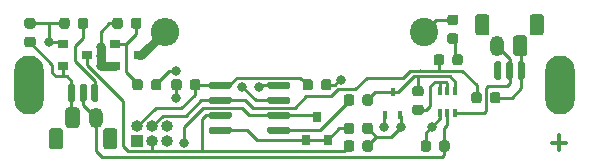
<source format=gbr>
%TF.GenerationSoftware,KiCad,Pcbnew,(5.1.10-1-10_14)*%
%TF.CreationDate,2023-04-11T22:44:58+12:00*%
%TF.ProjectId,BMSladder,424d536c-6164-4646-9572-2e6b69636164,rev?*%
%TF.SameCoordinates,Original*%
%TF.FileFunction,Copper,L1,Top*%
%TF.FilePolarity,Positive*%
%FSLAX46Y46*%
G04 Gerber Fmt 4.6, Leading zero omitted, Abs format (unit mm)*
G04 Created by KiCad (PCBNEW (5.1.10-1-10_14)) date 2023-04-11 22:44:58*
%MOMM*%
%LPD*%
G01*
G04 APERTURE LIST*
%TA.AperFunction,ComponentPad*%
%ADD10O,1.200000X1.750000*%
%TD*%
%TA.AperFunction,ComponentPad*%
%ADD11O,1.000000X1.000000*%
%TD*%
%TA.AperFunction,ComponentPad*%
%ADD12R,1.000000X1.000000*%
%TD*%
%TA.AperFunction,ComponentPad*%
%ADD13O,2.400000X2.400000*%
%TD*%
%TA.AperFunction,ComponentPad*%
%ADD14C,2.400000*%
%TD*%
%TA.AperFunction,ComponentPad*%
%ADD15O,2.500000X5.000000*%
%TD*%
%TA.AperFunction,SMDPad,CuDef*%
%ADD16R,0.800000X0.900000*%
%TD*%
%TA.AperFunction,SMDPad,CuDef*%
%ADD17R,0.900000X0.800000*%
%TD*%
%TA.AperFunction,SMDPad,CuDef*%
%ADD18R,0.400000X0.650000*%
%TD*%
%TA.AperFunction,SMDPad,CuDef*%
%ADD19R,0.450000X0.700000*%
%TD*%
%TA.AperFunction,ViaPad*%
%ADD20C,0.800000*%
%TD*%
%TA.AperFunction,Conductor*%
%ADD21C,0.300000*%
%TD*%
%TA.AperFunction,Conductor*%
%ADD22C,0.250000*%
%TD*%
%TA.AperFunction,Conductor*%
%ADD23C,0.800000*%
%TD*%
G04 APERTURE END LIST*
D10*
%TO.P,J4,2*%
%TO.N,Net-(J2-Pad2)*%
X27700000Y-28800000D03*
%TO.P,J4,1*%
%TO.N,Net-(J2-Pad1)*%
%TA.AperFunction,ComponentPad*%
G36*
G01*
X25100000Y-29425001D02*
X25100000Y-28174999D01*
G75*
G02*
X25349999Y-27925000I249999J0D01*
G01*
X26050001Y-27925000D01*
G75*
G02*
X26300000Y-28174999I0J-249999D01*
G01*
X26300000Y-29425001D01*
G75*
G02*
X26050001Y-29675000I-249999J0D01*
G01*
X25349999Y-29675000D01*
G75*
G02*
X25100000Y-29425001I0J249999D01*
G01*
G37*
%TD.AperFunction*%
%TD*%
%TO.P,J3,2*%
%TO.N,Net-(J1-Pad2)*%
X61600000Y-22700000D03*
%TO.P,J3,1*%
%TO.N,Net-(J1-Pad1)*%
%TA.AperFunction,ComponentPad*%
G36*
G01*
X64200000Y-22074999D02*
X64200000Y-23325001D01*
G75*
G02*
X63950001Y-23575000I-249999J0D01*
G01*
X63249999Y-23575000D01*
G75*
G02*
X63000000Y-23325001I0J249999D01*
G01*
X63000000Y-22074999D01*
G75*
G02*
X63249999Y-21825000I249999J0D01*
G01*
X63950001Y-21825000D01*
G75*
G02*
X64200000Y-22074999I0J-249999D01*
G01*
G37*
%TD.AperFunction*%
%TD*%
%TO.P,J2,MP*%
%TO.N,N/C*%
%TA.AperFunction,SMDPad,CuDef*%
G36*
G01*
X28300000Y-31225001D02*
X28300000Y-29924999D01*
G75*
G02*
X28549999Y-29675000I249999J0D01*
G01*
X29250001Y-29675000D01*
G75*
G02*
X29500000Y-29924999I0J-249999D01*
G01*
X29500000Y-31225001D01*
G75*
G02*
X29250001Y-31475000I-249999J0D01*
G01*
X28549999Y-31475000D01*
G75*
G02*
X28300000Y-31225001I0J249999D01*
G01*
G37*
%TD.AperFunction*%
%TA.AperFunction,SMDPad,CuDef*%
G36*
G01*
X23700000Y-31225001D02*
X23700000Y-29924999D01*
G75*
G02*
X23949999Y-29675000I249999J0D01*
G01*
X24650001Y-29675000D01*
G75*
G02*
X24900000Y-29924999I0J-249999D01*
G01*
X24900000Y-31225001D01*
G75*
G02*
X24650001Y-31475000I-249999J0D01*
G01*
X23949999Y-31475000D01*
G75*
G02*
X23700000Y-31225001I0J249999D01*
G01*
G37*
%TD.AperFunction*%
%TO.P,J2,3*%
%TO.N,Net-(J2-Pad3)*%
%TA.AperFunction,SMDPad,CuDef*%
G36*
G01*
X27300000Y-27325000D02*
X27300000Y-26075000D01*
G75*
G02*
X27450000Y-25925000I150000J0D01*
G01*
X27750000Y-25925000D01*
G75*
G02*
X27900000Y-26075000I0J-150000D01*
G01*
X27900000Y-27325000D01*
G75*
G02*
X27750000Y-27475000I-150000J0D01*
G01*
X27450000Y-27475000D01*
G75*
G02*
X27300000Y-27325000I0J150000D01*
G01*
G37*
%TD.AperFunction*%
%TO.P,J2,2*%
%TO.N,Net-(J2-Pad2)*%
%TA.AperFunction,SMDPad,CuDef*%
G36*
G01*
X26300000Y-27325000D02*
X26300000Y-26075000D01*
G75*
G02*
X26450000Y-25925000I150000J0D01*
G01*
X26750000Y-25925000D01*
G75*
G02*
X26900000Y-26075000I0J-150000D01*
G01*
X26900000Y-27325000D01*
G75*
G02*
X26750000Y-27475000I-150000J0D01*
G01*
X26450000Y-27475000D01*
G75*
G02*
X26300000Y-27325000I0J150000D01*
G01*
G37*
%TD.AperFunction*%
%TO.P,J2,1*%
%TO.N,Net-(J2-Pad1)*%
%TA.AperFunction,SMDPad,CuDef*%
G36*
G01*
X25300000Y-27325000D02*
X25300000Y-26075000D01*
G75*
G02*
X25450000Y-25925000I150000J0D01*
G01*
X25750000Y-25925000D01*
G75*
G02*
X25900000Y-26075000I0J-150000D01*
G01*
X25900000Y-27325000D01*
G75*
G02*
X25750000Y-27475000I-150000J0D01*
G01*
X25450000Y-27475000D01*
G75*
G02*
X25300000Y-27325000I0J150000D01*
G01*
G37*
%TD.AperFunction*%
%TD*%
%TO.P,J1,MP*%
%TO.N,N/C*%
%TA.AperFunction,SMDPad,CuDef*%
G36*
G01*
X61000000Y-20274999D02*
X61000000Y-21575001D01*
G75*
G02*
X60750001Y-21825000I-249999J0D01*
G01*
X60049999Y-21825000D01*
G75*
G02*
X59800000Y-21575001I0J249999D01*
G01*
X59800000Y-20274999D01*
G75*
G02*
X60049999Y-20025000I249999J0D01*
G01*
X60750001Y-20025000D01*
G75*
G02*
X61000000Y-20274999I0J-249999D01*
G01*
G37*
%TD.AperFunction*%
%TA.AperFunction,SMDPad,CuDef*%
G36*
G01*
X65600000Y-20274999D02*
X65600000Y-21575001D01*
G75*
G02*
X65350001Y-21825000I-249999J0D01*
G01*
X64649999Y-21825000D01*
G75*
G02*
X64400000Y-21575001I0J249999D01*
G01*
X64400000Y-20274999D01*
G75*
G02*
X64649999Y-20025000I249999J0D01*
G01*
X65350001Y-20025000D01*
G75*
G02*
X65600000Y-20274999I0J-249999D01*
G01*
G37*
%TD.AperFunction*%
%TO.P,J1,3*%
%TA.AperFunction,SMDPad,CuDef*%
G36*
G01*
X62000000Y-24175000D02*
X62000000Y-25425000D01*
G75*
G02*
X61850000Y-25575000I-150000J0D01*
G01*
X61550000Y-25575000D01*
G75*
G02*
X61400000Y-25425000I0J150000D01*
G01*
X61400000Y-24175000D01*
G75*
G02*
X61550000Y-24025000I150000J0D01*
G01*
X61850000Y-24025000D01*
G75*
G02*
X62000000Y-24175000I0J-150000D01*
G01*
G37*
%TD.AperFunction*%
%TO.P,J1,2*%
%TO.N,Net-(J1-Pad2)*%
%TA.AperFunction,SMDPad,CuDef*%
G36*
G01*
X63000000Y-24175000D02*
X63000000Y-25425000D01*
G75*
G02*
X62850000Y-25575000I-150000J0D01*
G01*
X62550000Y-25575000D01*
G75*
G02*
X62400000Y-25425000I0J150000D01*
G01*
X62400000Y-24175000D01*
G75*
G02*
X62550000Y-24025000I150000J0D01*
G01*
X62850000Y-24025000D01*
G75*
G02*
X63000000Y-24175000I0J-150000D01*
G01*
G37*
%TD.AperFunction*%
%TO.P,J1,1*%
%TO.N,Net-(J1-Pad1)*%
%TA.AperFunction,SMDPad,CuDef*%
G36*
G01*
X64000000Y-24175000D02*
X64000000Y-25425000D01*
G75*
G02*
X63850000Y-25575000I-150000J0D01*
G01*
X63550000Y-25575000D01*
G75*
G02*
X63400000Y-25425000I0J150000D01*
G01*
X63400000Y-24175000D01*
G75*
G02*
X63550000Y-24025000I150000J0D01*
G01*
X63850000Y-24025000D01*
G75*
G02*
X64000000Y-24175000I0J-150000D01*
G01*
G37*
%TD.AperFunction*%
%TD*%
%TO.P,D1,2*%
%TO.N,Net-(D1-Pad2)*%
%TA.AperFunction,SMDPad,CuDef*%
G36*
G01*
X58156250Y-20950000D02*
X57643750Y-20950000D01*
G75*
G02*
X57425000Y-20731250I0J218750D01*
G01*
X57425000Y-20293750D01*
G75*
G02*
X57643750Y-20075000I218750J0D01*
G01*
X58156250Y-20075000D01*
G75*
G02*
X58375000Y-20293750I0J-218750D01*
G01*
X58375000Y-20731250D01*
G75*
G02*
X58156250Y-20950000I-218750J0D01*
G01*
G37*
%TD.AperFunction*%
%TO.P,D1,1*%
%TO.N,Net-(D1-Pad1)*%
%TA.AperFunction,SMDPad,CuDef*%
G36*
G01*
X58156250Y-22525000D02*
X57643750Y-22525000D01*
G75*
G02*
X57425000Y-22306250I0J218750D01*
G01*
X57425000Y-21868750D01*
G75*
G02*
X57643750Y-21650000I218750J0D01*
G01*
X58156250Y-21650000D01*
G75*
G02*
X58375000Y-21868750I0J-218750D01*
G01*
X58375000Y-22306250D01*
G75*
G02*
X58156250Y-22525000I-218750J0D01*
G01*
G37*
%TD.AperFunction*%
%TD*%
%TO.P,R3,2*%
%TO.N,/RX*%
%TA.AperFunction,SMDPad,CuDef*%
G36*
G01*
X49550000Y-30943750D02*
X49550000Y-31456250D01*
G75*
G02*
X49331250Y-31675000I-218750J0D01*
G01*
X48893750Y-31675000D01*
G75*
G02*
X48675000Y-31456250I0J218750D01*
G01*
X48675000Y-30943750D01*
G75*
G02*
X48893750Y-30725000I218750J0D01*
G01*
X49331250Y-30725000D01*
G75*
G02*
X49550000Y-30943750I0J-218750D01*
G01*
G37*
%TD.AperFunction*%
%TO.P,R3,1*%
%TO.N,Net-(D1-Pad2)*%
%TA.AperFunction,SMDPad,CuDef*%
G36*
G01*
X51125000Y-30943750D02*
X51125000Y-31456250D01*
G75*
G02*
X50906250Y-31675000I-218750J0D01*
G01*
X50468750Y-31675000D01*
G75*
G02*
X50250000Y-31456250I0J218750D01*
G01*
X50250000Y-30943750D01*
G75*
G02*
X50468750Y-30725000I218750J0D01*
G01*
X50906250Y-30725000D01*
G75*
G02*
X51125000Y-30943750I0J-218750D01*
G01*
G37*
%TD.AperFunction*%
%TD*%
%TO.P,U2,8*%
%TO.N,GND*%
%TA.AperFunction,SMDPad,CuDef*%
G36*
G01*
X42200000Y-26195000D02*
X42200000Y-25895000D01*
G75*
G02*
X42350000Y-25745000I150000J0D01*
G01*
X44000000Y-25745000D01*
G75*
G02*
X44150000Y-25895000I0J-150000D01*
G01*
X44150000Y-26195000D01*
G75*
G02*
X44000000Y-26345000I-150000J0D01*
G01*
X42350000Y-26345000D01*
G75*
G02*
X42200000Y-26195000I0J150000D01*
G01*
G37*
%TD.AperFunction*%
%TO.P,U2,7*%
%TO.N,/BAL*%
%TA.AperFunction,SMDPad,CuDef*%
G36*
G01*
X42200000Y-27465000D02*
X42200000Y-27165000D01*
G75*
G02*
X42350000Y-27015000I150000J0D01*
G01*
X44000000Y-27015000D01*
G75*
G02*
X44150000Y-27165000I0J-150000D01*
G01*
X44150000Y-27465000D01*
G75*
G02*
X44000000Y-27615000I-150000J0D01*
G01*
X42350000Y-27615000D01*
G75*
G02*
X42200000Y-27465000I0J150000D01*
G01*
G37*
%TD.AperFunction*%
%TO.P,U2,6*%
%TO.N,/FAULT_UPDI*%
%TA.AperFunction,SMDPad,CuDef*%
G36*
G01*
X42200000Y-28735000D02*
X42200000Y-28435000D01*
G75*
G02*
X42350000Y-28285000I150000J0D01*
G01*
X44000000Y-28285000D01*
G75*
G02*
X44150000Y-28435000I0J-150000D01*
G01*
X44150000Y-28735000D01*
G75*
G02*
X44000000Y-28885000I-150000J0D01*
G01*
X42350000Y-28885000D01*
G75*
G02*
X42200000Y-28735000I0J150000D01*
G01*
G37*
%TD.AperFunction*%
%TO.P,U2,5*%
%TO.N,/~EN*%
%TA.AperFunction,SMDPad,CuDef*%
G36*
G01*
X42200000Y-30005000D02*
X42200000Y-29705000D01*
G75*
G02*
X42350000Y-29555000I150000J0D01*
G01*
X44000000Y-29555000D01*
G75*
G02*
X44150000Y-29705000I0J-150000D01*
G01*
X44150000Y-30005000D01*
G75*
G02*
X44000000Y-30155000I-150000J0D01*
G01*
X42350000Y-30155000D01*
G75*
G02*
X42200000Y-30005000I0J150000D01*
G01*
G37*
%TD.AperFunction*%
%TO.P,U2,4*%
%TO.N,/2V5*%
%TA.AperFunction,SMDPad,CuDef*%
G36*
G01*
X37250000Y-30005000D02*
X37250000Y-29705000D01*
G75*
G02*
X37400000Y-29555000I150000J0D01*
G01*
X39050000Y-29555000D01*
G75*
G02*
X39200000Y-29705000I0J-150000D01*
G01*
X39200000Y-30005000D01*
G75*
G02*
X39050000Y-30155000I-150000J0D01*
G01*
X37400000Y-30155000D01*
G75*
G02*
X37250000Y-30005000I0J150000D01*
G01*
G37*
%TD.AperFunction*%
%TO.P,U2,3*%
%TO.N,/RX*%
%TA.AperFunction,SMDPad,CuDef*%
G36*
G01*
X37250000Y-28735000D02*
X37250000Y-28435000D01*
G75*
G02*
X37400000Y-28285000I150000J0D01*
G01*
X39050000Y-28285000D01*
G75*
G02*
X39200000Y-28435000I0J-150000D01*
G01*
X39200000Y-28735000D01*
G75*
G02*
X39050000Y-28885000I-150000J0D01*
G01*
X37400000Y-28885000D01*
G75*
G02*
X37250000Y-28735000I0J150000D01*
G01*
G37*
%TD.AperFunction*%
%TO.P,U2,2*%
%TO.N,/TX*%
%TA.AperFunction,SMDPad,CuDef*%
G36*
G01*
X37250000Y-27465000D02*
X37250000Y-27165000D01*
G75*
G02*
X37400000Y-27015000I150000J0D01*
G01*
X39050000Y-27015000D01*
G75*
G02*
X39200000Y-27165000I0J-150000D01*
G01*
X39200000Y-27465000D01*
G75*
G02*
X39050000Y-27615000I-150000J0D01*
G01*
X37400000Y-27615000D01*
G75*
G02*
X37250000Y-27465000I0J150000D01*
G01*
G37*
%TD.AperFunction*%
%TO.P,U2,1*%
%TO.N,/VCC*%
%TA.AperFunction,SMDPad,CuDef*%
G36*
G01*
X37250000Y-26195000D02*
X37250000Y-25895000D01*
G75*
G02*
X37400000Y-25745000I150000J0D01*
G01*
X39050000Y-25745000D01*
G75*
G02*
X39200000Y-25895000I0J-150000D01*
G01*
X39200000Y-26195000D01*
G75*
G02*
X39050000Y-26345000I-150000J0D01*
G01*
X37400000Y-26345000D01*
G75*
G02*
X37250000Y-26195000I0J150000D01*
G01*
G37*
%TD.AperFunction*%
%TD*%
D11*
%TO.P,J5,6*%
%TO.N,GND*%
X33740000Y-29530000D03*
%TO.P,J5,5*%
%TO.N,N/C*%
X33740000Y-30800000D03*
%TO.P,J5,4*%
%TO.N,/TX*%
X32470000Y-29530000D03*
%TO.P,J5,3*%
%TO.N,/RX*%
X32470000Y-30800000D03*
%TO.P,J5,2*%
%TO.N,/VCC*%
X31200000Y-29530000D03*
D12*
%TO.P,J5,1*%
%TO.N,/FAULT_UPDI*%
X31200000Y-30800000D03*
%TD*%
D13*
%TO.P,R7,2*%
%TO.N,Net-(Q2-Pad3)*%
X33500000Y-21500000D03*
D14*
%TO.P,R7,1*%
%TO.N,Net-(D1-Pad2)*%
X55500000Y-21500000D03*
%TD*%
D15*
%TO.P,H2,1*%
%TO.N,GND*%
X22000000Y-26000000D03*
%TD*%
%TO.P,H1,1*%
%TO.N,Net-(D1-Pad2)*%
X67000000Y-26000000D03*
%TD*%
D16*
%TO.P,U1,3*%
%TO.N,/FAULT_UPDI*%
X46400000Y-28700000D03*
%TO.P,U1,2*%
%TO.N,/2V5*%
X47350000Y-30700000D03*
%TO.P,U1,1*%
X45450000Y-30700000D03*
%TD*%
%TO.P,R13,2*%
%TO.N,Net-(J2-Pad3)*%
%TA.AperFunction,SMDPad,CuDef*%
G36*
G01*
X26150000Y-21056250D02*
X26150000Y-20543750D01*
G75*
G02*
X26368750Y-20325000I218750J0D01*
G01*
X26806250Y-20325000D01*
G75*
G02*
X27025000Y-20543750I0J-218750D01*
G01*
X27025000Y-21056250D01*
G75*
G02*
X26806250Y-21275000I-218750J0D01*
G01*
X26368750Y-21275000D01*
G75*
G02*
X26150000Y-21056250I0J218750D01*
G01*
G37*
%TD.AperFunction*%
%TO.P,R13,1*%
%TO.N,GND*%
%TA.AperFunction,SMDPad,CuDef*%
G36*
G01*
X24575000Y-21056250D02*
X24575000Y-20543750D01*
G75*
G02*
X24793750Y-20325000I218750J0D01*
G01*
X25231250Y-20325000D01*
G75*
G02*
X25450000Y-20543750I0J-218750D01*
G01*
X25450000Y-21056250D01*
G75*
G02*
X25231250Y-21275000I-218750J0D01*
G01*
X24793750Y-21275000D01*
G75*
G02*
X24575000Y-21056250I0J218750D01*
G01*
G37*
%TD.AperFunction*%
%TD*%
%TO.P,R12,2*%
%TO.N,GND*%
%TA.AperFunction,SMDPad,CuDef*%
G36*
G01*
X22356250Y-21250000D02*
X21843750Y-21250000D01*
G75*
G02*
X21625000Y-21031250I0J218750D01*
G01*
X21625000Y-20593750D01*
G75*
G02*
X21843750Y-20375000I218750J0D01*
G01*
X22356250Y-20375000D01*
G75*
G02*
X22575000Y-20593750I0J-218750D01*
G01*
X22575000Y-21031250D01*
G75*
G02*
X22356250Y-21250000I-218750J0D01*
G01*
G37*
%TD.AperFunction*%
%TO.P,R12,1*%
%TO.N,Net-(J2-Pad1)*%
%TA.AperFunction,SMDPad,CuDef*%
G36*
G01*
X22356250Y-22825000D02*
X21843750Y-22825000D01*
G75*
G02*
X21625000Y-22606250I0J218750D01*
G01*
X21625000Y-22168750D01*
G75*
G02*
X21843750Y-21950000I218750J0D01*
G01*
X22356250Y-21950000D01*
G75*
G02*
X22575000Y-22168750I0J-218750D01*
G01*
X22575000Y-22606250D01*
G75*
G02*
X22356250Y-22825000I-218750J0D01*
G01*
G37*
%TD.AperFunction*%
%TD*%
%TO.P,R11,2*%
%TO.N,GND*%
%TA.AperFunction,SMDPad,CuDef*%
G36*
G01*
X29950000Y-20543750D02*
X29950000Y-21056250D01*
G75*
G02*
X29731250Y-21275000I-218750J0D01*
G01*
X29293750Y-21275000D01*
G75*
G02*
X29075000Y-21056250I0J218750D01*
G01*
X29075000Y-20543750D01*
G75*
G02*
X29293750Y-20325000I218750J0D01*
G01*
X29731250Y-20325000D01*
G75*
G02*
X29950000Y-20543750I0J-218750D01*
G01*
G37*
%TD.AperFunction*%
%TO.P,R11,1*%
%TO.N,Net-(Q2-Pad1)*%
%TA.AperFunction,SMDPad,CuDef*%
G36*
G01*
X31525000Y-20543750D02*
X31525000Y-21056250D01*
G75*
G02*
X31306250Y-21275000I-218750J0D01*
G01*
X30868750Y-21275000D01*
G75*
G02*
X30650000Y-21056250I0J218750D01*
G01*
X30650000Y-20543750D01*
G75*
G02*
X30868750Y-20325000I218750J0D01*
G01*
X31306250Y-20325000D01*
G75*
G02*
X31525000Y-20543750I0J-218750D01*
G01*
G37*
%TD.AperFunction*%
%TD*%
%TO.P,R10,2*%
%TO.N,Net-(Q2-Pad1)*%
%TA.AperFunction,SMDPad,CuDef*%
G36*
G01*
X31650000Y-25743750D02*
X31650000Y-26256250D01*
G75*
G02*
X31431250Y-26475000I-218750J0D01*
G01*
X30993750Y-26475000D01*
G75*
G02*
X30775000Y-26256250I0J218750D01*
G01*
X30775000Y-25743750D01*
G75*
G02*
X30993750Y-25525000I218750J0D01*
G01*
X31431250Y-25525000D01*
G75*
G02*
X31650000Y-25743750I0J-218750D01*
G01*
G37*
%TD.AperFunction*%
%TO.P,R10,1*%
%TO.N,/BAL*%
%TA.AperFunction,SMDPad,CuDef*%
G36*
G01*
X33225000Y-25743750D02*
X33225000Y-26256250D01*
G75*
G02*
X33006250Y-26475000I-218750J0D01*
G01*
X32568750Y-26475000D01*
G75*
G02*
X32350000Y-26256250I0J218750D01*
G01*
X32350000Y-25743750D01*
G75*
G02*
X32568750Y-25525000I218750J0D01*
G01*
X33006250Y-25525000D01*
G75*
G02*
X33225000Y-25743750I0J-218750D01*
G01*
G37*
%TD.AperFunction*%
%TD*%
%TO.P,R9,2*%
%TO.N,/~EN*%
%TA.AperFunction,SMDPad,CuDef*%
G36*
G01*
X49550000Y-27043750D02*
X49550000Y-27556250D01*
G75*
G02*
X49331250Y-27775000I-218750J0D01*
G01*
X48893750Y-27775000D01*
G75*
G02*
X48675000Y-27556250I0J218750D01*
G01*
X48675000Y-27043750D01*
G75*
G02*
X48893750Y-26825000I218750J0D01*
G01*
X49331250Y-26825000D01*
G75*
G02*
X49550000Y-27043750I0J-218750D01*
G01*
G37*
%TD.AperFunction*%
%TO.P,R9,1*%
%TO.N,Net-(D2-Pad3)*%
%TA.AperFunction,SMDPad,CuDef*%
G36*
G01*
X51125000Y-27043750D02*
X51125000Y-27556250D01*
G75*
G02*
X50906250Y-27775000I-218750J0D01*
G01*
X50468750Y-27775000D01*
G75*
G02*
X50250000Y-27556250I0J218750D01*
G01*
X50250000Y-27043750D01*
G75*
G02*
X50468750Y-26825000I218750J0D01*
G01*
X50906250Y-26825000D01*
G75*
G02*
X51125000Y-27043750I0J-218750D01*
G01*
G37*
%TD.AperFunction*%
%TD*%
%TO.P,R8,2*%
%TO.N,Net-(Q1-Pad2)*%
%TA.AperFunction,SMDPad,CuDef*%
G36*
G01*
X54693750Y-27700000D02*
X55206250Y-27700000D01*
G75*
G02*
X55425000Y-27918750I0J-218750D01*
G01*
X55425000Y-28356250D01*
G75*
G02*
X55206250Y-28575000I-218750J0D01*
G01*
X54693750Y-28575000D01*
G75*
G02*
X54475000Y-28356250I0J218750D01*
G01*
X54475000Y-27918750D01*
G75*
G02*
X54693750Y-27700000I218750J0D01*
G01*
G37*
%TD.AperFunction*%
%TO.P,R8,1*%
%TO.N,Net-(D2-Pad3)*%
%TA.AperFunction,SMDPad,CuDef*%
G36*
G01*
X54693750Y-26125000D02*
X55206250Y-26125000D01*
G75*
G02*
X55425000Y-26343750I0J-218750D01*
G01*
X55425000Y-26781250D01*
G75*
G02*
X55206250Y-27000000I-218750J0D01*
G01*
X54693750Y-27000000D01*
G75*
G02*
X54475000Y-26781250I0J218750D01*
G01*
X54475000Y-26343750D01*
G75*
G02*
X54693750Y-26125000I218750J0D01*
G01*
G37*
%TD.AperFunction*%
%TD*%
%TO.P,R6,2*%
%TO.N,Net-(J1-Pad1)*%
%TA.AperFunction,SMDPad,CuDef*%
G36*
G01*
X61050000Y-27356250D02*
X61050000Y-26843750D01*
G75*
G02*
X61268750Y-26625000I218750J0D01*
G01*
X61706250Y-26625000D01*
G75*
G02*
X61925000Y-26843750I0J-218750D01*
G01*
X61925000Y-27356250D01*
G75*
G02*
X61706250Y-27575000I-218750J0D01*
G01*
X61268750Y-27575000D01*
G75*
G02*
X61050000Y-27356250I0J218750D01*
G01*
G37*
%TD.AperFunction*%
%TO.P,R6,1*%
%TO.N,/TX*%
%TA.AperFunction,SMDPad,CuDef*%
G36*
G01*
X59475000Y-27356250D02*
X59475000Y-26843750D01*
G75*
G02*
X59693750Y-26625000I218750J0D01*
G01*
X60131250Y-26625000D01*
G75*
G02*
X60350000Y-26843750I0J-218750D01*
G01*
X60350000Y-27356250D01*
G75*
G02*
X60131250Y-27575000I-218750J0D01*
G01*
X59693750Y-27575000D01*
G75*
G02*
X59475000Y-27356250I0J218750D01*
G01*
G37*
%TD.AperFunction*%
%TD*%
%TO.P,R5,2*%
%TO.N,Net-(D1-Pad1)*%
%TA.AperFunction,SMDPad,CuDef*%
G36*
G01*
X57862500Y-24156250D02*
X57862500Y-23643750D01*
G75*
G02*
X58081250Y-23425000I218750J0D01*
G01*
X58518750Y-23425000D01*
G75*
G02*
X58737500Y-23643750I0J-218750D01*
G01*
X58737500Y-24156250D01*
G75*
G02*
X58518750Y-24375000I-218750J0D01*
G01*
X58081250Y-24375000D01*
G75*
G02*
X57862500Y-24156250I0J218750D01*
G01*
G37*
%TD.AperFunction*%
%TO.P,R5,1*%
%TO.N,/TX*%
%TA.AperFunction,SMDPad,CuDef*%
G36*
G01*
X56287500Y-24156250D02*
X56287500Y-23643750D01*
G75*
G02*
X56506250Y-23425000I218750J0D01*
G01*
X56943750Y-23425000D01*
G75*
G02*
X57162500Y-23643750I0J-218750D01*
G01*
X57162500Y-24156250D01*
G75*
G02*
X56943750Y-24375000I-218750J0D01*
G01*
X56506250Y-24375000D01*
G75*
G02*
X56287500Y-24156250I0J218750D01*
G01*
G37*
%TD.AperFunction*%
%TD*%
%TO.P,R4,2*%
%TO.N,Net-(D1-Pad2)*%
%TA.AperFunction,SMDPad,CuDef*%
G36*
G01*
X50250000Y-29956250D02*
X50250000Y-29443750D01*
G75*
G02*
X50468750Y-29225000I218750J0D01*
G01*
X50906250Y-29225000D01*
G75*
G02*
X51125000Y-29443750I0J-218750D01*
G01*
X51125000Y-29956250D01*
G75*
G02*
X50906250Y-30175000I-218750J0D01*
G01*
X50468750Y-30175000D01*
G75*
G02*
X50250000Y-29956250I0J218750D01*
G01*
G37*
%TD.AperFunction*%
%TO.P,R4,1*%
%TO.N,/2V5*%
%TA.AperFunction,SMDPad,CuDef*%
G36*
G01*
X48675000Y-29956250D02*
X48675000Y-29443750D01*
G75*
G02*
X48893750Y-29225000I218750J0D01*
G01*
X49331250Y-29225000D01*
G75*
G02*
X49550000Y-29443750I0J-218750D01*
G01*
X49550000Y-29956250D01*
G75*
G02*
X49331250Y-30175000I-218750J0D01*
G01*
X48893750Y-30175000D01*
G75*
G02*
X48675000Y-29956250I0J218750D01*
G01*
G37*
%TD.AperFunction*%
%TD*%
%TO.P,R2,2*%
%TO.N,/VCC*%
%TA.AperFunction,SMDPad,CuDef*%
G36*
G01*
X46050000Y-25743750D02*
X46050000Y-26256250D01*
G75*
G02*
X45831250Y-26475000I-218750J0D01*
G01*
X45393750Y-26475000D01*
G75*
G02*
X45175000Y-26256250I0J218750D01*
G01*
X45175000Y-25743750D01*
G75*
G02*
X45393750Y-25525000I218750J0D01*
G01*
X45831250Y-25525000D01*
G75*
G02*
X46050000Y-25743750I0J-218750D01*
G01*
G37*
%TD.AperFunction*%
%TO.P,R2,1*%
%TO.N,Net-(D1-Pad2)*%
%TA.AperFunction,SMDPad,CuDef*%
G36*
G01*
X47625000Y-25743750D02*
X47625000Y-26256250D01*
G75*
G02*
X47406250Y-26475000I-218750J0D01*
G01*
X46968750Y-26475000D01*
G75*
G02*
X46750000Y-26256250I0J218750D01*
G01*
X46750000Y-25743750D01*
G75*
G02*
X46968750Y-25525000I218750J0D01*
G01*
X47406250Y-25525000D01*
G75*
G02*
X47625000Y-25743750I0J-218750D01*
G01*
G37*
%TD.AperFunction*%
%TD*%
%TO.P,R1,2*%
%TO.N,Net-(D1-Pad2)*%
%TA.AperFunction,SMDPad,CuDef*%
G36*
G01*
X56050000Y-30943750D02*
X56050000Y-31456250D01*
G75*
G02*
X55831250Y-31675000I-218750J0D01*
G01*
X55393750Y-31675000D01*
G75*
G02*
X55175000Y-31456250I0J218750D01*
G01*
X55175000Y-30943750D01*
G75*
G02*
X55393750Y-30725000I218750J0D01*
G01*
X55831250Y-30725000D01*
G75*
G02*
X56050000Y-30943750I0J-218750D01*
G01*
G37*
%TD.AperFunction*%
%TO.P,R1,1*%
%TO.N,Net-(J2-Pad2)*%
%TA.AperFunction,SMDPad,CuDef*%
G36*
G01*
X57625000Y-30943750D02*
X57625000Y-31456250D01*
G75*
G02*
X57406250Y-31675000I-218750J0D01*
G01*
X56968750Y-31675000D01*
G75*
G02*
X56750000Y-31456250I0J218750D01*
G01*
X56750000Y-30943750D01*
G75*
G02*
X56968750Y-30725000I218750J0D01*
G01*
X57406250Y-30725000D01*
G75*
G02*
X57625000Y-30943750I0J-218750D01*
G01*
G37*
%TD.AperFunction*%
%TD*%
D17*
%TO.P,Q3,3*%
%TO.N,/RX*%
X26900000Y-23500000D03*
%TO.P,Q3,2*%
%TO.N,Net-(J2-Pad1)*%
X24900000Y-24450000D03*
%TO.P,Q3,1*%
%TO.N,GND*%
X24900000Y-22550000D03*
%TD*%
%TO.P,Q2,3*%
%TO.N,Net-(Q2-Pad3)*%
X31300000Y-23500000D03*
%TO.P,Q2,2*%
%TO.N,GND*%
X29300000Y-24450000D03*
%TO.P,Q2,1*%
%TO.N,Net-(Q2-Pad1)*%
X29300000Y-22550000D03*
%TD*%
D18*
%TO.P,Q1,6*%
%TO.N,Net-(J1-Pad2)*%
X58100000Y-28400000D03*
%TO.P,Q1,4*%
%TO.N,Net-(D1-Pad2)*%
X56800000Y-28400000D03*
%TO.P,Q1,2*%
%TO.N,Net-(Q1-Pad2)*%
X57450000Y-26500000D03*
%TO.P,Q1,5*%
%TO.N,Net-(J2-Pad2)*%
X57450000Y-28400000D03*
%TO.P,Q1,3*%
%TO.N,Net-(Q1-Pad2)*%
X56800000Y-26500000D03*
%TO.P,Q1,1*%
%TO.N,Net-(D2-Pad3)*%
X58100000Y-26500000D03*
%TD*%
D19*
%TO.P,D2,3*%
%TO.N,Net-(D2-Pad3)*%
X52800000Y-26600000D03*
%TO.P,D2,2*%
%TO.N,Net-(D1-Pad2)*%
X53450000Y-28600000D03*
%TO.P,D2,1*%
%TO.N,GND*%
X52150000Y-28600000D03*
%TD*%
%TO.P,C1,2*%
%TO.N,GND*%
%TA.AperFunction,SMDPad,CuDef*%
G36*
G01*
X34950000Y-25743750D02*
X34950000Y-26256250D01*
G75*
G02*
X34731250Y-26475000I-218750J0D01*
G01*
X34293750Y-26475000D01*
G75*
G02*
X34075000Y-26256250I0J218750D01*
G01*
X34075000Y-25743750D01*
G75*
G02*
X34293750Y-25525000I218750J0D01*
G01*
X34731250Y-25525000D01*
G75*
G02*
X34950000Y-25743750I0J-218750D01*
G01*
G37*
%TD.AperFunction*%
%TO.P,C1,1*%
%TO.N,/VCC*%
%TA.AperFunction,SMDPad,CuDef*%
G36*
G01*
X36525000Y-25743750D02*
X36525000Y-26256250D01*
G75*
G02*
X36306250Y-26475000I-218750J0D01*
G01*
X35868750Y-26475000D01*
G75*
G02*
X35650000Y-26256250I0J218750D01*
G01*
X35650000Y-25743750D01*
G75*
G02*
X35868750Y-25525000I218750J0D01*
G01*
X36306250Y-25525000D01*
G75*
G02*
X36525000Y-25743750I0J-218750D01*
G01*
G37*
%TD.AperFunction*%
%TD*%
D20*
%TO.N,GND*%
X34450000Y-27150000D03*
X23700000Y-22400000D03*
X28100000Y-22800004D03*
X28099992Y-23565677D03*
X28100004Y-24400000D03*
%TO.N,Net-(D1-Pad2)*%
X56100000Y-29550000D03*
X48400000Y-25625022D03*
%TO.N,/BAL*%
X34500000Y-24800000D03*
%TO.N,/FAULT_UPDI*%
X35100000Y-30900000D03*
%TO.N,GND*%
X52100000Y-29600000D03*
X41500000Y-26200010D03*
%TO.N,Net-(D1-Pad2)*%
X53500000Y-29600000D03*
%TO.N,/BAL*%
X40089070Y-26185610D03*
%TD*%
D21*
%TO.N,*%
X66300000Y-30900000D02*
X67500000Y-30900000D01*
X66900000Y-30300000D02*
X66900000Y-31500000D01*
D22*
%TO.N,GND*%
X34462500Y-27137500D02*
X34450000Y-27150000D01*
X34462500Y-25950000D02*
X34462500Y-27137500D01*
X28100000Y-23287500D02*
X28100000Y-22800004D01*
D23*
X28100000Y-22800004D02*
X28100000Y-23565669D01*
X28100000Y-23565669D02*
X28099992Y-23565677D01*
X28100004Y-24400000D02*
X28099992Y-23565677D01*
X28150004Y-24450000D02*
X28100004Y-24400000D01*
X29300000Y-24450000D02*
X28150004Y-24450000D01*
D22*
X29512500Y-20800000D02*
X28800000Y-20800000D01*
X28100000Y-21500000D02*
X28100000Y-22800004D01*
X28800000Y-20800000D02*
X28100000Y-21500000D01*
%TO.N,/VCC*%
X38955000Y-26045000D02*
X38225000Y-26045000D01*
X39600000Y-25400000D02*
X38955000Y-26045000D01*
X45600000Y-26000000D02*
X45087500Y-25487500D01*
X45000000Y-25400000D02*
X45087500Y-25487500D01*
X39600000Y-25400000D02*
X45000000Y-25400000D01*
X32730000Y-28000000D02*
X31200000Y-29530000D01*
X36037500Y-25950000D02*
X36037500Y-26862500D01*
X36037500Y-26862500D02*
X34900000Y-28000000D01*
X36132500Y-26045000D02*
X36037500Y-25950000D01*
X34900000Y-28000000D02*
X32730000Y-28000000D01*
X38855000Y-26045000D02*
X36132500Y-26045000D01*
%TO.N,Net-(D1-Pad2)*%
X66750000Y-26000000D02*
X67000000Y-26000000D01*
X56800000Y-28850000D02*
X56100000Y-29550000D01*
X56800000Y-28400000D02*
X56800000Y-28850000D01*
X56487500Y-20512500D02*
X55500000Y-21500000D01*
X57900000Y-20512500D02*
X56487500Y-20512500D01*
X48274978Y-25625022D02*
X48400000Y-25625022D01*
X47900000Y-26000000D02*
X48274978Y-25625022D01*
X47187500Y-26000000D02*
X47900000Y-26000000D01*
%TO.N,Net-(D2-Pad3)*%
X58100000Y-25750000D02*
X57650000Y-25300000D01*
X57650000Y-25300000D02*
X54950000Y-25300000D01*
X58100000Y-26500000D02*
X58100000Y-25750000D01*
X54950000Y-26562500D02*
X54950000Y-25300000D01*
%TO.N,/RX*%
X32620000Y-31620000D02*
X32625001Y-31625001D01*
X37015000Y-28585000D02*
X38175000Y-28585000D01*
X36700000Y-28900000D02*
X37015000Y-28585000D01*
X32625001Y-31625001D02*
X36374999Y-31625001D01*
X36700000Y-31600000D02*
X36725001Y-31625001D01*
X36700000Y-28900000D02*
X36700000Y-31600000D01*
X36374999Y-31625001D02*
X36725001Y-31625001D01*
X35274999Y-31625001D02*
X38025001Y-31625001D01*
X35025001Y-31625001D02*
X35274999Y-31625001D01*
X32470000Y-31620002D02*
X32474999Y-31625001D01*
X32470000Y-30800000D02*
X32470000Y-31620002D01*
X32474999Y-31625001D02*
X35274999Y-31625001D01*
%TO.N,/TX*%
X55112500Y-24787500D02*
X55100000Y-24800000D01*
X44525000Y-27950000D02*
X45496753Y-26978247D01*
X49600000Y-26400000D02*
X50600000Y-25400000D01*
X54250000Y-24800000D02*
X55100000Y-24800000D01*
X48200000Y-26400000D02*
X49600000Y-26400000D01*
X47621753Y-26978247D02*
X48200000Y-26400000D01*
X45496753Y-26978247D02*
X47621753Y-26978247D01*
X40950000Y-27950000D02*
X44525000Y-27950000D01*
X36585000Y-27315000D02*
X40315000Y-27315000D01*
X33375000Y-28625000D02*
X35275000Y-28625000D01*
X35275000Y-28625000D02*
X36585000Y-27315000D01*
X53650000Y-25400000D02*
X54250000Y-24800000D01*
X40315000Y-27315000D02*
X40950000Y-27950000D01*
X50600000Y-25400000D02*
X53650000Y-25400000D01*
X32470000Y-29530000D02*
X33375000Y-28625000D01*
X59912500Y-26012500D02*
X58700000Y-24800000D01*
X59912500Y-27100000D02*
X59912500Y-26012500D01*
%TO.N,Net-(Q1-Pad2)*%
X57450000Y-26500000D02*
X57450000Y-25900000D01*
X57450000Y-25900000D02*
X57350000Y-25800000D01*
X57350000Y-25800000D02*
X56800000Y-25800000D01*
X56800000Y-25800000D02*
X56800000Y-26500000D01*
X55662500Y-28137500D02*
X54950000Y-28137500D01*
X56000000Y-27800000D02*
X55662500Y-28137500D01*
X56000000Y-26150000D02*
X56000000Y-27800000D01*
X56350000Y-25800000D02*
X56000000Y-26150000D01*
X56800000Y-25800000D02*
X56350000Y-25800000D01*
D23*
%TO.N,Net-(Q2-Pad3)*%
X31500000Y-23500000D02*
X33500000Y-21500000D01*
X31300000Y-23500000D02*
X31500000Y-23500000D01*
D22*
%TO.N,Net-(Q2-Pad1)*%
X31087500Y-20800000D02*
X31087500Y-21712500D01*
X30250000Y-22550000D02*
X29300000Y-22550000D01*
X31087500Y-21712500D02*
X30250000Y-22550000D01*
X31212500Y-25912500D02*
X30250000Y-24950000D01*
X30250000Y-24950000D02*
X30250000Y-22550000D01*
X31212500Y-26000000D02*
X31212500Y-25912500D01*
%TO.N,/FAULT_UPDI*%
X36740010Y-27959990D02*
X35100000Y-29600000D01*
X40009990Y-27959990D02*
X36740010Y-27959990D01*
X35100000Y-29600000D02*
X35100000Y-30900000D01*
X40635000Y-28585000D02*
X40009990Y-27959990D01*
X46285000Y-28585000D02*
X40635000Y-28585000D01*
X46400000Y-28700000D02*
X46285000Y-28585000D01*
%TO.N,Net-(J2-Pad2)*%
X57450000Y-28400000D02*
X57450000Y-29400000D01*
X29900000Y-32100000D02*
X28200000Y-32100000D01*
X29900000Y-32100000D02*
X28800000Y-32100000D01*
%TO.N,GND*%
X22212500Y-20712500D02*
X22100000Y-20712500D01*
X23700000Y-22400000D02*
X23700000Y-20900000D01*
X23800000Y-20800000D02*
X25012500Y-20800000D01*
X23700000Y-20900000D02*
X23800000Y-20800000D01*
X22112500Y-20800000D02*
X22100000Y-20812500D01*
X23800000Y-20800000D02*
X22112500Y-20800000D01*
X24900000Y-22550000D02*
X24850000Y-22550000D01*
X24700000Y-22400000D02*
X23700000Y-22400000D01*
X24850000Y-22550000D02*
X24700000Y-22400000D01*
X52100000Y-28650000D02*
X52150000Y-28600000D01*
X52100000Y-29600000D02*
X52100000Y-28650000D01*
X41505010Y-26045000D02*
X43125000Y-26045000D01*
X41500000Y-26200010D02*
X41505010Y-26045000D01*
%TO.N,Net-(D1-Pad2)*%
X51387500Y-30400000D02*
X50687500Y-29700000D01*
X52100000Y-30400000D02*
X51387500Y-30400000D01*
X52700000Y-30400000D02*
X52100000Y-30400000D01*
X53500000Y-29600000D02*
X52700000Y-30400000D01*
X53500000Y-28650000D02*
X53450000Y-28600000D01*
X53500000Y-29600000D02*
X53500000Y-28650000D01*
X55612500Y-30037500D02*
X56100000Y-29550000D01*
X55612500Y-31200000D02*
X55612500Y-30037500D01*
X50687500Y-31100000D02*
X51387500Y-30400000D01*
X50687500Y-31200000D02*
X50687500Y-31100000D01*
%TO.N,Net-(D1-Pad1)*%
X58100000Y-22287500D02*
X57900000Y-22087500D01*
X58100000Y-23700000D02*
X58100000Y-22287500D01*
X58300000Y-23900000D02*
X58100000Y-23700000D01*
%TO.N,Net-(D2-Pad3)*%
X51300000Y-26600000D02*
X50687500Y-27212500D01*
X50687500Y-27212500D02*
X50687500Y-27300000D01*
X54600000Y-25300000D02*
X53300000Y-26600000D01*
X53300000Y-26600000D02*
X51300000Y-26600000D01*
X54950000Y-25300000D02*
X54600000Y-25300000D01*
%TO.N,/RX*%
X48687499Y-31625001D02*
X48937499Y-31375001D01*
X48937499Y-31375001D02*
X48937499Y-31175001D01*
X36725001Y-31625001D02*
X48687499Y-31625001D01*
X31925001Y-31625001D02*
X32474999Y-31625001D01*
X26900000Y-24300000D02*
X30000000Y-27400000D01*
X30425001Y-31625001D02*
X31925001Y-31625001D01*
X30000000Y-27400000D02*
X30000000Y-31200000D01*
X30000000Y-31200000D02*
X30425001Y-31625001D01*
X26900000Y-23500000D02*
X26900000Y-24300000D01*
%TO.N,/TX*%
X56725000Y-23900000D02*
X56725000Y-24775000D01*
X56725000Y-24775000D02*
X56700000Y-24800000D01*
X56700000Y-24800000D02*
X55100000Y-24800000D01*
X58700000Y-24800000D02*
X56700000Y-24800000D01*
%TO.N,/2V5*%
X39395000Y-29855000D02*
X38175000Y-29855000D01*
X40455000Y-29855000D02*
X39395000Y-29855000D01*
X41300000Y-30700000D02*
X40455000Y-29855000D01*
X48300000Y-29700000D02*
X47300000Y-30700000D01*
X47300000Y-30700000D02*
X41300000Y-30700000D01*
X49112500Y-29700000D02*
X48300000Y-29700000D01*
%TO.N,/BAL*%
X32787500Y-25912500D02*
X32787500Y-26000000D01*
X33900000Y-24800000D02*
X32787500Y-25912500D01*
X34500000Y-24800000D02*
X33900000Y-24800000D01*
X41218460Y-27315000D02*
X40089070Y-26185610D01*
X43125000Y-27315000D02*
X41218460Y-27315000D01*
%TO.N,/~EN*%
X45245000Y-29855000D02*
X43125000Y-29855000D01*
X49112500Y-27387500D02*
X46645000Y-29855000D01*
X46645000Y-29855000D02*
X45245000Y-29855000D01*
X49112500Y-27300000D02*
X49112500Y-27387500D01*
%TO.N,Net-(J2-Pad3)*%
X27600000Y-25700000D02*
X27600000Y-26700000D01*
X25900000Y-24000000D02*
X27600000Y-25700000D01*
X25900000Y-22700000D02*
X25900000Y-24000000D01*
X26587500Y-22012500D02*
X25900000Y-22700000D01*
X26587500Y-20800000D02*
X26587500Y-22012500D01*
%TO.N,Net-(J2-Pad1)*%
X24300000Y-25300000D02*
X24000000Y-25000000D01*
X24900000Y-24450000D02*
X24900000Y-25300000D01*
X24900000Y-25300000D02*
X24300000Y-25300000D01*
%TO.N,Net-(J2-Pad2)*%
X26600000Y-27700000D02*
X27700000Y-28800000D01*
X26600000Y-26700000D02*
X26600000Y-27700000D01*
%TO.N,Net-(J1-Pad2)*%
X62700000Y-23800000D02*
X61600000Y-22700000D01*
X62700000Y-24800000D02*
X62700000Y-23800000D01*
%TO.N,Net-(J1-Pad1)*%
X63700000Y-22800000D02*
X63600000Y-22700000D01*
X63700000Y-24800000D02*
X63700000Y-22800000D01*
X61487500Y-27100000D02*
X62900000Y-27100000D01*
X63700000Y-26300000D02*
X63700000Y-24800000D01*
X62900000Y-27100000D02*
X63700000Y-26300000D01*
%TO.N,Net-(J2-Pad1)*%
X25600000Y-28700000D02*
X25700000Y-28800000D01*
X25600000Y-26700000D02*
X25600000Y-28700000D01*
%TO.N,Net-(J2-Pad2)*%
X57187500Y-29662500D02*
X57450000Y-29400000D01*
X57187500Y-31200000D02*
X57187500Y-29662500D01*
X27700000Y-31600000D02*
X28200000Y-32100000D01*
X27700000Y-28800000D02*
X27700000Y-31600000D01*
X57000000Y-32100000D02*
X57187500Y-31912500D01*
X57187500Y-31912500D02*
X57187500Y-31200000D01*
X29900000Y-32100000D02*
X57000000Y-32100000D01*
%TO.N,Net-(J1-Pad2)*%
X60500000Y-28400000D02*
X58100000Y-28400000D01*
X62700000Y-25900000D02*
X62500000Y-26100000D01*
X60700000Y-26300000D02*
X60700000Y-28200000D01*
X60700000Y-28200000D02*
X60500000Y-28400000D01*
X60900000Y-26100000D02*
X60700000Y-26300000D01*
X62500000Y-26100000D02*
X60900000Y-26100000D01*
X62700000Y-24800000D02*
X62700000Y-25900000D01*
%TO.N,Net-(J2-Pad1)*%
X25600000Y-26700000D02*
X25600000Y-25700000D01*
X25200000Y-25300000D02*
X24900000Y-25300000D01*
X25600000Y-25700000D02*
X25200000Y-25300000D01*
X22100000Y-22387500D02*
X22100000Y-22400000D01*
X22100000Y-22400000D02*
X24000000Y-24300000D01*
X24000000Y-25000000D02*
X24000000Y-24300000D01*
%TD*%
M02*

</source>
